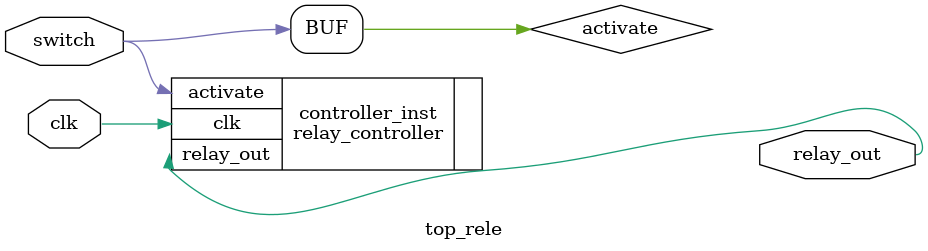
<source format=v>
module top_rele (
    input wire clk,
    input wire switch,          // En el futuro: switch, sensor, UART...
    output wire relay_out       // Hacia la base del transistor
);

// En el futuro podrías tener algo como:
// wire activate = (switch | sensor | comando_uart);
wire activate = switch;

relay_controller controller_inst (
    .clk(clk),
    .activate(activate),
    .relay_out(relay_out)
);

endmodule

</source>
